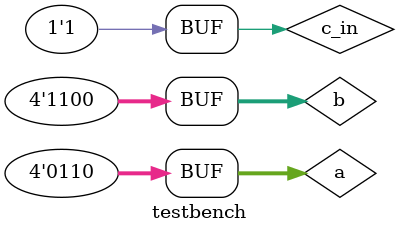
<source format=v>
`timescale 1ns/1ns
module testbench();

reg[3:0] a;
reg[3:0] b;
reg c_in;
wire[3:0] sum;
wire c_out;

RippleCarryAdder myUUT(
  .a(a)
  , .b(b)
  , .c_in(c_in)
  , .sum(sum)
  , .c_out(c_out)
);

initial begin
  a = 4'b0000;
  b = 4'b0000;
  c_in = 1'b0;
  
  #10;
  a = 4'b0101;
  b = 4'b1011;
  c_in = 1'b1;
  
  #10;
  a = 4'b0111;
  b = 4'b1001;
  c_in = 1'b0;
  
  #10;
  a = 4'b0110;
  b = 4'b1100;
  c_in = 1'b1;
  
  #10;
end

endmodule
</source>
